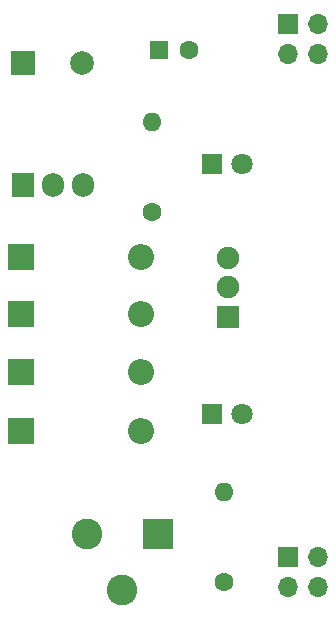
<source format=gbs>
%TF.GenerationSoftware,KiCad,Pcbnew,(5.1.9)-1*%
%TF.CreationDate,2021-04-14T15:21:08+05:30*%
%TF.ProjectId,kicadp_1,6b696361-6470-45f3-912e-6b696361645f,v1*%
%TF.SameCoordinates,Original*%
%TF.FileFunction,Soldermask,Bot*%
%TF.FilePolarity,Negative*%
%FSLAX46Y46*%
G04 Gerber Fmt 4.6, Leading zero omitted, Abs format (unit mm)*
G04 Created by KiCad (PCBNEW (5.1.9)-1) date 2021-04-14 15:21:08*
%MOMM*%
%LPD*%
G01*
G04 APERTURE LIST*
%ADD10R,2.000000X2.000000*%
%ADD11C,2.000000*%
%ADD12R,1.600000X1.600000*%
%ADD13C,1.600000*%
%ADD14R,1.800000X1.800000*%
%ADD15C,1.800000*%
%ADD16O,2.200000X2.200000*%
%ADD17R,2.200000X2.200000*%
%ADD18R,2.600000X2.600000*%
%ADD19C,2.600000*%
%ADD20O,1.700000X1.700000*%
%ADD21R,1.700000X1.700000*%
%ADD22O,1.600000X1.600000*%
%ADD23R,1.900000X1.900000*%
%ADD24C,1.900000*%
%ADD25R,1.905000X2.000000*%
%ADD26O,1.905000X2.000000*%
G04 APERTURE END LIST*
D10*
%TO.C,C1*%
X66167000Y-44069000D03*
D11*
X71167000Y-44069000D03*
%TD*%
D12*
%TO.C,C2*%
X77764000Y-42926000D03*
D13*
X80264000Y-42926000D03*
%TD*%
D14*
%TO.C,D1*%
X82169000Y-52578000D03*
D15*
X84709000Y-52578000D03*
%TD*%
D16*
%TO.C,D2*%
X76200000Y-75184000D03*
D17*
X66040000Y-75184000D03*
%TD*%
D16*
%TO.C,D3*%
X76200000Y-65278000D03*
D17*
X66040000Y-65278000D03*
%TD*%
D15*
%TO.C,D4*%
X84709000Y-73787000D03*
D14*
X82169000Y-73787000D03*
%TD*%
D17*
%TO.C,D5*%
X66040000Y-70231000D03*
D16*
X76200000Y-70231000D03*
%TD*%
D17*
%TO.C,D6*%
X66040000Y-60452000D03*
D16*
X76200000Y-60452000D03*
%TD*%
D18*
%TO.C,J1*%
X77597000Y-83947000D03*
D19*
X71597000Y-83947000D03*
X74597000Y-88647000D03*
%TD*%
D20*
%TO.C,J2*%
X91186000Y-43307000D03*
X88646000Y-43307000D03*
X91186000Y-40767000D03*
D21*
X88646000Y-40767000D03*
%TD*%
%TO.C,J3*%
X88646000Y-85852000D03*
D20*
X91186000Y-85852000D03*
X88646000Y-88392000D03*
X91186000Y-88392000D03*
%TD*%
D13*
%TO.C,R1*%
X77089000Y-56642000D03*
D22*
X77089000Y-49022000D03*
%TD*%
%TO.C,R2*%
X83185000Y-80391000D03*
D13*
X83185000Y-88011000D03*
%TD*%
D23*
%TO.C,S1*%
X83566000Y-65532000D03*
D24*
X83566000Y-63032000D03*
X83566000Y-60532000D03*
%TD*%
D25*
%TO.C,U1*%
X66167000Y-54356000D03*
D26*
X68707000Y-54356000D03*
X71247000Y-54356000D03*
%TD*%
M02*

</source>
